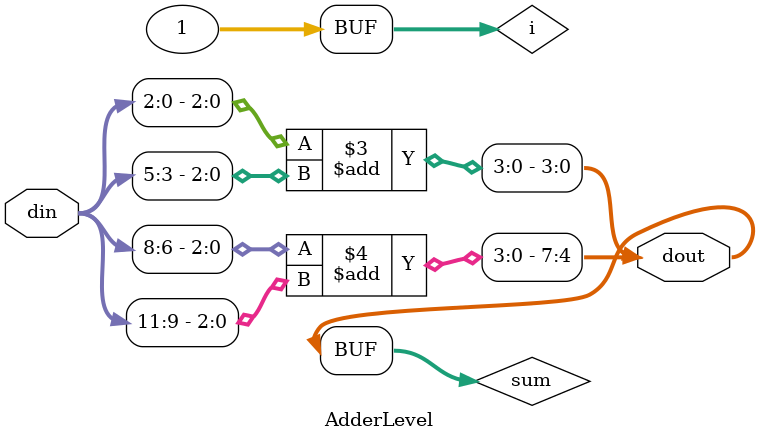
<source format=v>


`timescale 1ns / 1ps

module AdderLevel #(
    parameter integer ADDEND_WIDTH = 3,
    parameter integer SUM_WIDTH = ADDEND_WIDTH + 1,
    parameter integer NUM_INPUTS  = 4,
    parameter integer NUM_OUTPUTS = (NUM_INPUTS + 1) / 2,
    parameter integer DIN_WIDTH  = NUM_INPUTS * ADDEND_WIDTH,
    parameter integer DOUT_WIDTH = NUM_OUTPUTS * SUM_WIDTH
) (
    input  wire [DIN_WIDTH-1:0]  din,
    output wire [DOUT_WIDTH-1:0] dout
);
    // 输入断言
    initial begin
        if (NUM_INPUTS < 2) begin
            $fatal("AdderLevel: NUM_INPUTS must be >= 2");
        end
    end
    // 逐位相加
    integer i;
    reg [DOUT_WIDTH-1:0] sum;
    always @(*) begin
        for (i = 0; i < NUM_OUTPUTS - 1; i = i + 1) begin
            sum[i*SUM_WIDTH +: SUM_WIDTH] = din[(2*i)*ADDEND_WIDTH +: ADDEND_WIDTH] +
                                             din[(2*i+1)*ADDEND_WIDTH +: ADDEND_WIDTH];
        end
        // 处理奇数个输入的情况
        if (NUM_INPUTS % 2 == 1) begin
            sum[(NUM_OUTPUTS-1)*SUM_WIDTH +: SUM_WIDTH] = din[(NUM_INPUTS-1)*ADDEND_WIDTH +: ADDEND_WIDTH];
        end else begin
            sum[(NUM_OUTPUTS-1)*SUM_WIDTH +: SUM_WIDTH] = din[(2*(NUM_OUTPUTS-1))*ADDEND_WIDTH +: ADDEND_WIDTH] +
                                             din[(2*(NUM_OUTPUTS-1)+1)*ADDEND_WIDTH +: ADDEND_WIDTH];
        end
    end
    assign dout = sum;
endmodule
</source>
